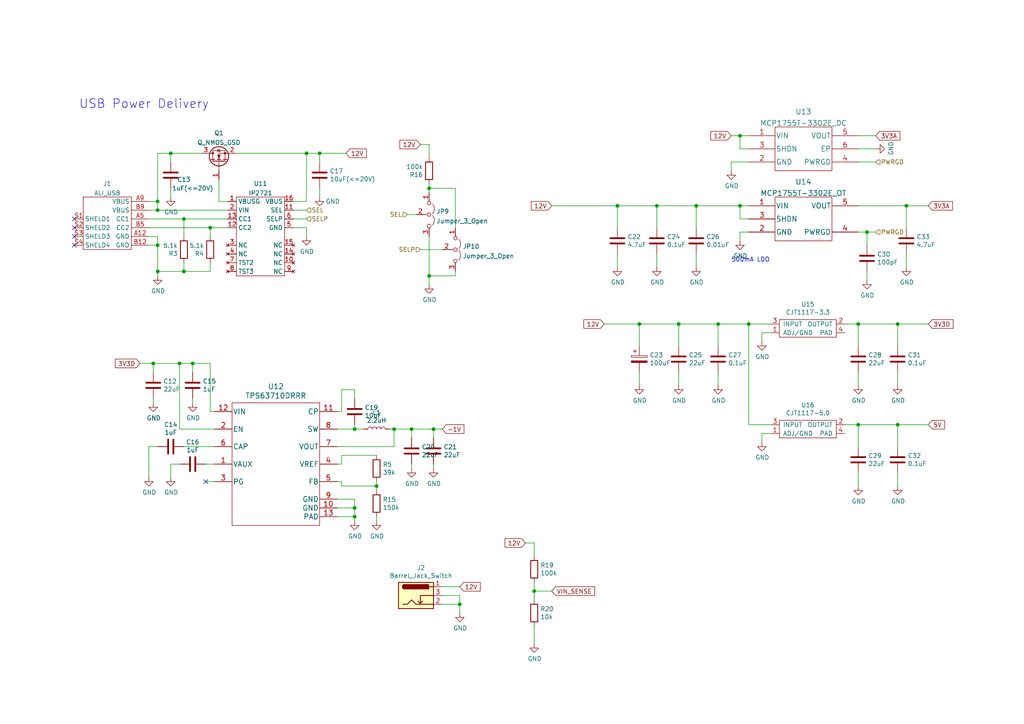
<source format=kicad_sch>
(kicad_sch (version 20211123) (generator eeschema)
  (paper "A4")
  (lib_symbols
    (symbol "Connector:Barrel_Jack_Switch" (pin_names hide)
      (property "Reference" "J" (at 0 5.334 0))
      (property "Value" "Barrel_Jack_Switch" (at 0 -5.08 0))
      (symbol "Barrel_Jack_Switch_0_1"
        (rectangle (start -5.08 3.81) (end 5.08 -3.81) (stroke (width 0.254)) (fill (type background)))
        (arc (start -3.302 3.175) (mid -3.937 2.54) (end -3.302 1.905) (stroke (width 0.254)))
        (arc (start -3.302 3.175) (mid -3.937 2.54) (end -3.302 1.905) (stroke (width 0.254)) (fill (type outline)))
        (polyline (pts (xy 1.27 -2.286) (xy 1.905 -1.651)) (stroke (width 0.254)))
        (polyline (pts (xy 5.08 2.54) (xy 3.81 2.54)) (stroke (width 0.254)))
        (polyline (pts (xy 5.08 0) (xy 1.27 0) (xy 1.27 -2.286) (xy 0.635 -1.651)) (stroke (width 0.254)))
        (polyline (pts (xy -3.81 -2.54) (xy -2.54 -2.54) (xy -1.27 -1.27) (xy 0 -2.54) (xy 2.54 -2.54) (xy 5.08 -2.54)) (stroke (width 0.254)))
        (rectangle (start 3.683 3.175) (end -3.302 1.905) (stroke (width 0.254)) (fill (type outline)))
      )
      (symbol "Barrel_Jack_Switch_1_1"
        (pin passive line (at 7.62 2.54 180) (length 2.54) (name "~") (number "1"))
        (pin passive line (at 7.62 -2.54 180) (length 2.54) (name "~") (number "2"))
        (pin passive line (at 7.62 0 180) (length 2.54) (name "~") (number "3"))
      )
    )
    (symbol "Device:C" (pin_numbers hide) (pin_names (offset 0.254))
      (property "Reference" "C" (at 0.635 2.54 0))
      (property "Value" "C" (at 0.635 -2.54 0))
      (symbol "C_0_1"
        (polyline (pts (xy -2.032 -0.762) (xy 2.032 -0.762)) (stroke (width 0.508)))
        (polyline (pts (xy -2.032 0.762) (xy 2.032 0.762)) (stroke (width 0.508)))
      )
      (symbol "C_1_1"
        (pin passive line (at 0 3.81 270) (length 2.794) (name "~") (number "1"))
        (pin passive line (at 0 -3.81 90) (length 2.794) (name "~") (number "2"))
      )
    )
    (symbol "Device:CP" (pin_numbers hide) (pin_names (offset 0.254))
      (property "Reference" "C" (at 0.635 2.54 0))
      (property "Value" "Device_CP" (at 0.635 -2.54 0))
      (symbol "CP_0_1"
        (rectangle (start -2.286 0.508) (end 2.286 1.016))
        (polyline (pts (xy -1.778 2.286) (xy -0.762 2.286)))
        (polyline (pts (xy -1.27 2.794) (xy -1.27 1.778)))
        (rectangle (start 2.286 -0.508) (end -2.286 -1.016) (fill (type outline)))
      )
      (symbol "CP_1_1"
        (pin passive line (at 0 3.81 270) (length 2.794) (name "~") (number "1"))
        (pin passive line (at 0 -3.81 90) (length 2.794) (name "~") (number "2"))
      )
    )
    (symbol "Device:L" (pin_numbers hide) (pin_names (offset 1.016) hide)
      (property "Reference" "L" (at -1.27 0 90))
      (property "Value" "L" (at 1.905 0 90))
      (symbol "L_0_1"
        (arc (start 0 -2.54) (mid 0.635 -1.905) (end 0 -1.27))
        (arc (start 0 -1.27) (mid 0.635 -0.635) (end 0 0))
        (arc (start 0 0) (mid 0.635 0.635) (end 0 1.27))
        (arc (start 0 1.27) (mid 0.635 1.905) (end 0 2.54))
      )
      (symbol "L_1_1"
        (pin passive line (at 0 3.81 270) (length 1.27) (name "1") (number "1"))
        (pin passive line (at 0 -3.81 90) (length 1.27) (name "2") (number "2"))
      )
    )
    (symbol "Device:Q_NMOS_GSD" (pin_names (offset 0) hide)
      (property "Reference" "Q" (at 5.08 1.27 0))
      (property "Value" "Q_NMOS_GSD" (at 5.08 -1.27 0))
      (symbol "Q_NMOS_GSD_0_1"
        (polyline (pts (xy 0.254 0) (xy -2.54 0)))
        (polyline (pts (xy 0.254 1.905) (xy 0.254 -1.905)) (stroke (width 0.254)))
        (polyline (pts (xy 0.762 -1.27) (xy 0.762 -2.286)) (stroke (width 0.254)))
        (polyline (pts (xy 0.762 0.508) (xy 0.762 -0.508)) (stroke (width 0.254)))
        (polyline (pts (xy 0.762 2.286) (xy 0.762 1.27)) (stroke (width 0.254)))
        (polyline (pts (xy 2.54 2.54) (xy 2.54 1.778)))
        (polyline (pts (xy 2.54 -2.54) (xy 2.54 0) (xy 0.762 0)))
        (polyline (pts (xy 0.762 -1.778) (xy 3.302 -1.778) (xy 3.302 1.778) (xy 0.762 1.778)))
        (polyline (pts (xy 1.016 0) (xy 2.032 0.381) (xy 2.032 -0.381) (xy 1.016 0)) (fill (type outline)))
        (polyline (pts (xy 2.794 0.508) (xy 2.921 0.381) (xy 3.683 0.381) (xy 3.81 0.254)))
        (polyline (pts (xy 3.302 0.381) (xy 2.921 -0.254) (xy 3.683 -0.254) (xy 3.302 0.381)))
        (circle (center 1.651 0) (radius 2.794) (stroke (width 0.254)))
        (circle (center 2.54 -1.778) (radius 0.254) (fill (type outline)))
        (circle (center 2.54 1.778) (radius 0.254) (fill (type outline)))
      )
      (symbol "Q_NMOS_GSD_1_1"
        (pin input line (at -5.08 0 0) (length 2.54) (name "G") (number "1"))
        (pin passive line (at 2.54 -5.08 90) (length 2.54) (name "S") (number "2"))
        (pin passive line (at 2.54 5.08 270) (length 2.54) (name "D") (number "3"))
      )
    )
    (symbol "Device:R" (pin_numbers hide) (pin_names (offset 0))
      (property "Reference" "R" (at 2.032 0 90))
      (property "Value" "R" (at 0 0 90))
      (symbol "R_0_1"
        (rectangle (start -1.016 -2.54) (end 1.016 2.54) (stroke (width 0.254)))
      )
      (symbol "R_1_1"
        (pin passive line (at 0 3.81 270) (length 1.27) (name "~") (number "1"))
        (pin passive line (at 0 -3.81 90) (length 1.27) (name "~") (number "2"))
      )
    )
    (symbol "Jumper:Jumper_3_Open" (pin_names (offset 0) hide)
      (property "Reference" "JP" (at -2.54 -2.54 0))
      (property "Value" "Jumper_3_Open" (at 0 2.794 0))
      (symbol "Jumper_3_Open_0_0"
        (circle (center -3.302 0) (radius 0.508))
        (circle (center 0 0) (radius 0.508))
        (circle (center 3.302 0) (radius 0.508))
      )
      (symbol "Jumper_3_Open_0_1"
        (arc (start -0.254 1.016) (mid -1.651 1.4992) (end -3.048 1.016))
        (polyline (pts (xy 0 -0.508) (xy 0 -1.27)))
        (arc (start 3.048 1.016) (mid 1.651 1.4992) (end 0.254 1.016))
      )
      (symbol "Jumper_3_Open_1_1"
        (pin passive line (at -6.35 0 0) (length 2.54) (name "A") (number "1"))
        (pin input line (at 0 -3.81 90) (length 2.54) (name "C") (number "2"))
        (pin passive line (at 6.35 0 180) (length 2.54) (name "B") (number "3"))
      )
    )
    (symbol "Ninja-qPCR:ALI_USB"
      (property "Reference" "J" (at -7.62 2.54 0))
      (property "Value" "ALI_USB" (at -6.35 -15.24 0))
      (symbol "ALI_USB_0_1"
        (rectangle (start 0 1.27) (end -13.97 -13.97) (stroke (width 0.1524)))
      )
      (symbol "ALI_USB_1_1"
        (pin input line (at 5.08 -10.16 180) (length 5.08) (name "GND") (number "A12"))
        (pin input line (at 5.08 -5.08 180) (length 5.08) (name "CC1") (number "A5"))
        (pin input line (at 5.08 0 180) (length 5.08) (name "VBUS") (number "A9"))
        (pin input line (at 5.08 -12.7 180) (length 5.08) (name "GND") (number "B12"))
        (pin input line (at 5.08 -7.62 180) (length 5.08) (name "CC2") (number "B5"))
        (pin input line (at 5.08 -2.54 180) (length 5.08) (name "VBUS") (number "B9"))
        (pin input line (at -16.51 -5.08 0) (length 2.54) (name "SHELD1") (number "S1"))
        (pin input line (at -16.51 -7.62 0) (length 2.54) (name "SHELD2") (number "S2"))
        (pin input line (at -16.51 -10.16 0) (length 2.54) (name "SHELD3") (number "S3"))
        (pin input line (at -16.51 -12.7 0) (length 2.54) (name "SHELD4") (number "S4"))
      )
    )
    (symbol "Ninja-qPCR:CJT1117-3.3" (pin_names (offset 1.016))
      (property "Reference" "U" (at 0 1.27 0))
      (property "Value" "Ninja-qPCR_CJT1117-3.3" (at 0 -6.35 0))
      (symbol "CJT1117-3.3_0_1"
        (rectangle (start -7.62 0) (end 8.89 -5.08))
      )
      (symbol "CJT1117-3.3_1_1"
        (pin passive line (at -10.16 -3.81 0) (length 2.54) (name "ADJ/GND") (number "1"))
        (pin output line (at 11.43 -1.27 180) (length 2.54) (name "OUTPUT") (number "2"))
        (pin input line (at -10.16 -1.27 0) (length 2.54) (name "INPUT") (number "3"))
        (pin output line (at 11.43 -3.81 180) (length 2.54) (name "PAD") (number "4"))
      )
    )
    (symbol "Ninja-qPCR:IP2721"
      (property "Reference" "U" (at 0 2.54 0))
      (property "Value" "IP2721" (at 0 -22.86 0))
      (symbol "IP2721_0_1"
        (rectangle (start -7.62 1.27) (end 6.35 -21.59) (stroke (width 0.1524)))
      )
      (symbol "IP2721_1_1"
        (pin output line (at -10.16 0 0) (length 2.54) (name "VBUSG") (number "1"))
        (pin no_connect line (at 8.89 -17.78 180) (length 2.54) (name "NC") (number "10"))
        (pin input line (at 8.89 -2.54 180) (length 2.54) (name "SEL") (number "11"))
        (pin input line (at -10.16 -7.62 0) (length 2.54) (name "CC2") (number "12"))
        (pin input line (at -10.16 -5.08 0) (length 2.54) (name "CC1") (number "13"))
        (pin no_connect line (at 8.89 -15.24 180) (length 2.54) (name "NC") (number "14"))
        (pin no_connect line (at 8.89 -12.7 180) (length 2.54) (name "NC") (number "15"))
        (pin input line (at 8.89 0 180) (length 2.54) (name "VBUS") (number "16"))
        (pin power_in line (at -10.16 -2.54 0) (length 2.54) (name "VIN") (number "2"))
        (pin no_connect line (at -10.16 -12.7 0) (length 2.54) (name "NC") (number "3"))
        (pin no_connect line (at -10.16 -15.24 0) (length 2.54) (name "NC") (number "4"))
        (pin power_out line (at 8.89 -7.62 180) (length 2.54) (name "GND") (number "5"))
        (pin input line (at 8.89 -5.08 180) (length 2.54) (name "SELP") (number "6"))
        (pin no_connect line (at -10.16 -17.78 0) (length 2.54) (name "TST2") (number "7"))
        (pin no_connect line (at -10.16 -20.32 0) (length 2.54) (name "TST3") (number "8"))
        (pin no_connect line (at 8.89 -20.32 180) (length 2.54) (name "NC") (number "9"))
      )
    )
    (symbol "Ninja-qPCR:MCP1755T-3302E_DC" (pin_names (offset 0.254))
      (property "Reference" "U" (at 16.51 8.89 0))
      (property "Value" "MCP1755T-3302E_DC" (at 16.51 6.35 0))
      (symbol "MCP1755T-3302E_DC_1_1"
        (rectangle (start 7.62 2.54) (end 24.13 -10.16))
        (pin power_in line (at 0 0 0) (length 7.62) (name "VIN") (number "1"))
        (pin power_in line (at 0 -7.62 0) (length 7.62) (name "GND") (number "2"))
        (pin input line (at 0 -3.81 0) (length 7.62) (name "SHDN") (number "3"))
        (pin output line (at 31.75 -7.62 180) (length 7.62) (name "PWRGD") (number "4"))
        (pin output line (at 31.75 0 180) (length 7.62) (name "VOUT") (number "5"))
        (pin output line (at 31.75 -3.81 180) (length 7.62) (name "EP") (number "6"))
      )
    )
    (symbol "Ninja-qPCR:MCP1755T-3302E_OT" (pin_names (offset 0.254))
      (property "Reference" "U" (at 16.51 8.89 0))
      (property "Value" "MCP1755T-3302E_OT" (at 16.51 6.35 0))
      (symbol "MCP1755T-3302E_OT_1_1"
        (rectangle (start 7.62 2.54) (end 24.13 -10.16))
        (pin power_in line (at 0 0 0) (length 7.62) (name "VIN") (number "1"))
        (pin power_in line (at 0 -7.62 0) (length 7.62) (name "GND") (number "2"))
        (pin input line (at 0 -3.81 0) (length 7.62) (name "SHDN") (number "3"))
        (pin output line (at 31.75 -7.62 180) (length 7.62) (name "PWRGD") (number "4"))
        (pin output line (at 31.75 0 180) (length 7.62) (name "VOUT") (number "5"))
      )
    )
    (symbol "Ninja-qPCR:TPS63710DRRR" (pin_names (offset 0.254))
      (property "Reference" "U" (at 0 13.97 0))
      (property "Value" "Ninja-qPCR_TPS63710DRRR" (at 0 -24.13 0))
      (symbol "TPS63710DRRR_1_1"
        (rectangle (start -12.7 12.7) (end 12.7 -22.86))
        (pin input line (at -17.78 -5.08 0) (length 5.08) (name "VAUX") (number "1"))
        (pin power_in line (at 17.78 -17.78 180) (length 5.08) (name "GND") (number "10"))
        (pin unspecified line (at 17.78 10.16 180) (length 5.08) (name "CP") (number "11"))
        (pin power_in line (at -17.78 10.16 0) (length 5.08) (name "VIN") (number "12"))
        (pin power_in line (at 17.78 -20.32 180) (length 5.08) (name "PAD") (number "13"))
        (pin input line (at -17.78 5.08 0) (length 5.08) (name "EN") (number "2"))
        (pin open_collector line (at -17.78 -10.16 0) (length 5.08) (name "PG") (number "3"))
        (pin output line (at 17.78 -5.08 180) (length 5.08) (name "VREF") (number "4"))
        (pin input line (at 17.78 -10.16 180) (length 5.08) (name "FB") (number "5"))
        (pin unspecified line (at -17.78 0 0) (length 5.08) (name "CAP") (number "6"))
        (pin input line (at 17.78 0 180) (length 5.08) (name "VOUT") (number "7"))
        (pin power_in line (at 17.78 5.08 180) (length 5.08) (name "SW") (number "8"))
        (pin power_in line (at 17.78 -15.24 180) (length 5.08) (name "GND") (number "9"))
      )
    )
    (symbol "power:GND" (power) (pin_names (offset 0))
      (property "Value" "GND" (at 0 -3.81 0))
      (symbol "GND_0_1"
        (polyline (pts (xy 0 0) (xy 0 -1.27) (xy 1.27 -1.27) (xy 0 -2.54) (xy -1.27 -1.27) (xy 0 -1.27)))
      )
      (symbol "GND_1_1"
        (pin power_in line (at 0 0 270) (length 0) hide (name "GND") (number "1"))
      )
    )
  )
  (junction (at 114.3 124.46))
  (junction (at 53.34 63.5))
  (junction (at 102.87 147.32))
  (junction (at 102.87 149.86))
  (junction (at 109.22 140.97))
  (junction (at 45.72 58.42))
  (junction (at 260.35 93.98))
  (junction (at 196.85 93.98))
  (junction (at 92.71 44.45))
  (junction (at 248.92 93.98))
  (junction (at 45.72 60.96))
  (junction (at 44.45 105.41))
  (junction (at 185.42 93.98))
  (junction (at 260.35 123.19))
  (junction (at 49.53 44.45))
  (junction (at 125.73 124.46))
  (junction (at 201.93 59.69))
  (junction (at 52.07 105.41))
  (junction (at 262.89 59.69))
  (junction (at 124.46 54.61))
  (junction (at 88.9 44.45))
  (junction (at 133.35 175.26))
  (junction (at 214.63 39.37))
  (junction (at 55.88 105.41))
  (junction (at 45.72 78.74))
  (junction (at 208.28 93.98))
  (junction (at 102.87 124.46))
  (junction (at 190.5 59.69))
  (junction (at 119.38 124.46))
  (junction (at 60.96 66.04))
  (junction (at 124.46 80.01))
  (junction (at 248.92 123.19))
  (junction (at 214.63 59.69))
  (junction (at 154.94 171.45))
  (junction (at 217.17 93.98))
  (junction (at 45.72 71.12))
  (junction (at 251.46 67.31))
  (junction (at 179.07 59.69))
  (junction (at 53.34 78.74))
  (no_connect (at 21.59 63.5))
  (no_connect (at 21.59 66.04))
  (no_connect (at 21.59 68.58))
  (no_connect (at 21.59 71.12))
  (no_connect (at 59.69 139.7))
  (wire (pts (xy 66.04 58.42) (xy 63.5 58.42)))
  (wire (pts (xy 118.11 62.23) (xy 120.65 62.23)))
  (wire (pts (xy 248.92 39.37) (xy 254 39.37)))
  (wire (pts (xy 179.07 59.69) (xy 179.07 66.04)))
  (wire (pts (xy 248.92 43.18) (xy 254 43.18)))
  (wire (pts (xy 190.5 73.66) (xy 190.5 77.47)))
  (wire (pts (xy 44.45 116.84) (xy 44.45 115.57)))
  (wire (pts (xy 125.73 124.46) (xy 128.27 124.46)))
  (wire (pts (xy 132.08 54.61) (xy 132.08 66.04)))
  (wire (pts (xy 248.92 123.19) (xy 245.11 123.19)))
  (wire (pts (xy 59.69 139.7) (xy 62.23 139.7)))
  (wire (pts (xy 97.79 119.38) (xy 99.06 119.38)))
  (wire (pts (xy 45.72 78.74) (xy 45.72 80.01)))
  (wire (pts (xy 49.53 54.61) (xy 49.53 57.15)))
  (wire (pts (xy 154.94 157.48) (xy 154.94 161.29)))
  (wire (pts (xy 62.23 119.38) (xy 60.96 119.38)))
  (wire (pts (xy 45.72 68.58) (xy 45.72 71.12)))
  (wire (pts (xy 114.3 124.46) (xy 119.38 124.46)))
  (wire (pts (xy 217.17 43.18) (xy 214.63 43.18)))
  (wire (pts (xy 260.35 107.95) (xy 260.35 111.76)))
  (wire (pts (xy 152.4 157.48) (xy 154.94 157.48)))
  (wire (pts (xy 85.09 66.04) (xy 88.9 66.04)))
  (wire (pts (xy 88.9 66.04) (xy 88.9 68.58)))
  (wire (pts (xy 45.72 71.12) (xy 45.72 78.74)))
  (wire (pts (xy 105.41 124.46) (xy 102.87 124.46)))
  (wire (pts (xy 201.93 73.66) (xy 201.93 77.47)))
  (wire (pts (xy 119.38 127) (xy 119.38 124.46)))
  (wire (pts (xy 190.5 59.69) (xy 201.93 59.69)))
  (wire (pts (xy 248.92 46.99) (xy 254 46.99)))
  (wire (pts (xy 251.46 67.31) (xy 254 67.31)))
  (wire (pts (xy 52.07 124.46) (xy 52.07 105.41)))
  (wire (pts (xy 217.17 63.5) (xy 214.63 63.5)))
  (wire (pts (xy 214.63 39.37) (xy 214.63 43.18)))
  (wire (pts (xy 102.87 124.46) (xy 97.79 124.46)))
  (wire (pts (xy 68.58 44.45) (xy 88.9 44.45)))
  (wire (pts (xy 185.42 93.98) (xy 185.42 100.33)))
  (wire (pts (xy 220.98 125.73) (xy 220.98 128.27)))
  (wire (pts (xy 124.46 68.58) (xy 124.46 80.01)))
  (wire (pts (xy 217.17 67.31) (xy 214.63 67.31)))
  (wire (pts (xy 248.92 93.98) (xy 245.11 93.98)))
  (wire (pts (xy 260.35 137.16) (xy 260.35 140.97)))
  (wire (pts (xy 109.22 132.08) (xy 99.06 132.08)))
  (wire (pts (xy 45.72 60.96) (xy 66.04 60.96)))
  (wire (pts (xy 99.06 139.7) (xy 99.06 140.97)))
  (wire (pts (xy 119.38 135.89) (xy 119.38 134.62)))
  (wire (pts (xy 196.85 93.98) (xy 208.28 93.98)))
  (wire (pts (xy 214.63 39.37) (xy 217.17 39.37)))
  (wire (pts (xy 102.87 147.32) (xy 102.87 144.78)))
  (wire (pts (xy 125.73 135.89) (xy 125.73 134.62)))
  (wire (pts (xy 99.06 113.03) (xy 102.87 113.03)))
  (wire (pts (xy 43.18 129.54) (xy 45.72 129.54)))
  (wire (pts (xy 55.88 105.41) (xy 52.07 105.41)))
  (wire (pts (xy 124.46 54.61) (xy 124.46 55.88)))
  (wire (pts (xy 97.79 139.7) (xy 99.06 139.7)))
  (wire (pts (xy 124.46 53.34) (xy 124.46 54.61)))
  (wire (pts (xy 85.09 60.96) (xy 88.9 60.96)))
  (wire (pts (xy 214.63 67.31) (xy 214.63 69.85)))
  (wire (pts (xy 251.46 67.31) (xy 251.46 71.12)))
  (wire (pts (xy 43.18 71.12) (xy 45.72 71.12)))
  (wire (pts (xy 60.96 76.2) (xy 60.96 78.74)))
  (wire (pts (xy 217.17 46.99) (xy 212.09 46.99)))
  (wire (pts (xy 60.96 105.41) (xy 55.88 105.41)))
  (wire (pts (xy 53.34 76.2) (xy 53.34 78.74)))
  (wire (pts (xy 208.28 93.98) (xy 217.17 93.98)))
  (wire (pts (xy 99.06 132.08) (xy 99.06 134.62)))
  (wire (pts (xy 248.92 67.31) (xy 251.46 67.31)))
  (wire (pts (xy 53.34 78.74) (xy 60.96 78.74)))
  (wire (pts (xy 262.89 73.66) (xy 262.89 77.47)))
  (wire (pts (xy 113.03 124.46) (xy 114.3 124.46)))
  (wire (pts (xy 102.87 123.19) (xy 102.87 124.46)))
  (wire (pts (xy 128.27 170.18) (xy 133.35 170.18)))
  (wire (pts (xy 160.02 59.69) (xy 179.07 59.69)))
  (wire (pts (xy 154.94 171.45) (xy 160.02 171.45)))
  (wire (pts (xy 114.3 124.46) (xy 114.3 129.54)))
  (wire (pts (xy 248.92 107.95) (xy 248.92 111.76)))
  (wire (pts (xy 154.94 171.45) (xy 154.94 173.99)))
  (wire (pts (xy 109.22 151.13) (xy 109.22 149.86)))
  (wire (pts (xy 45.72 58.42) (xy 45.72 44.45)))
  (wire (pts (xy 85.09 63.5) (xy 88.9 63.5)))
  (wire (pts (xy 217.17 93.98) (xy 217.17 123.19)))
  (wire (pts (xy 43.18 58.42) (xy 45.72 58.42)))
  (wire (pts (xy 269.24 59.69) (xy 262.89 59.69)))
  (wire (pts (xy 99.06 140.97) (xy 109.22 140.97)))
  (wire (pts (xy 133.35 172.72) (xy 133.35 175.26)))
  (wire (pts (xy 60.96 66.04) (xy 66.04 66.04)))
  (wire (pts (xy 179.07 73.66) (xy 179.07 77.47)))
  (wire (pts (xy 185.42 93.98) (xy 196.85 93.98)))
  (wire (pts (xy 62.23 134.62) (xy 59.69 134.62)))
  (wire (pts (xy 132.08 78.74) (xy 132.08 80.01)))
  (wire (pts (xy 99.06 134.62) (xy 97.79 134.62)))
  (wire (pts (xy 109.22 140.97) (xy 109.22 142.24)))
  (wire (pts (xy 55.88 116.84) (xy 55.88 115.57)))
  (wire (pts (xy 217.17 59.69) (xy 214.63 59.69)))
  (wire (pts (xy 260.35 123.19) (xy 269.24 123.19)))
  (wire (pts (xy 43.18 60.96) (xy 45.72 60.96)))
  (wire (pts (xy 99.06 119.38) (xy 99.06 113.03)))
  (wire (pts (xy 260.35 123.19) (xy 248.92 123.19)))
  (wire (pts (xy 214.63 59.69) (xy 214.63 63.5)))
  (wire (pts (xy 49.53 44.45) (xy 49.53 46.99)))
  (wire (pts (xy 124.46 41.91) (xy 124.46 45.72)))
  (wire (pts (xy 45.72 78.74) (xy 53.34 78.74)))
  (wire (pts (xy 223.52 96.52) (xy 220.98 96.52)))
  (wire (pts (xy 260.35 93.98) (xy 260.35 100.33)))
  (wire (pts (xy 53.34 63.5) (xy 53.34 68.58)))
  (wire (pts (xy 248.92 93.98) (xy 248.92 100.33)))
  (wire (pts (xy 262.89 59.69) (xy 262.89 66.04)))
  (wire (pts (xy 248.92 123.19) (xy 248.92 129.54)))
  (wire (pts (xy 190.5 59.69) (xy 190.5 66.04)))
  (wire (pts (xy 60.96 66.04) (xy 60.96 68.58)))
  (wire (pts (xy 260.35 123.19) (xy 260.35 129.54)))
  (wire (pts (xy 121.92 72.39) (xy 128.27 72.39)))
  (wire (pts (xy 55.88 107.95) (xy 55.88 105.41)))
  (wire (pts (xy 260.35 93.98) (xy 248.92 93.98)))
  (wire (pts (xy 88.9 44.45) (xy 92.71 44.45)))
  (wire (pts (xy 43.18 68.58) (xy 45.72 68.58)))
  (wire (pts (xy 248.92 59.69) (xy 262.89 59.69)))
  (wire (pts (xy 212.09 39.37) (xy 214.63 39.37)))
  (wire (pts (xy 43.18 138.43) (xy 43.18 129.54)))
  (wire (pts (xy 92.71 54.61) (xy 92.71 57.15)))
  (wire (pts (xy 201.93 59.69) (xy 214.63 59.69)))
  (wire (pts (xy 102.87 151.13) (xy 102.87 149.86)))
  (wire (pts (xy 201.93 59.69) (xy 201.93 66.04)))
  (wire (pts (xy 260.35 93.98) (xy 269.24 93.98)))
  (wire (pts (xy 109.22 139.7) (xy 109.22 140.97)))
  (wire (pts (xy 125.73 127) (xy 125.73 124.46)))
  (wire (pts (xy 88.9 44.45) (xy 88.9 58.42)))
  (wire (pts (xy 196.85 93.98) (xy 196.85 100.33)))
  (wire (pts (xy 49.53 134.62) (xy 49.53 138.43)))
  (wire (pts (xy 119.38 124.46) (xy 125.73 124.46)))
  (wire (pts (xy 251.46 78.74) (xy 251.46 81.28)))
  (wire (pts (xy 53.34 63.5) (xy 66.04 63.5)))
  (wire (pts (xy 43.18 63.5) (xy 53.34 63.5)))
  (wire (pts (xy 179.07 59.69) (xy 190.5 59.69)))
  (wire (pts (xy 124.46 80.01) (xy 124.46 82.55)))
  (wire (pts (xy 121.92 41.91) (xy 124.46 41.91)))
  (wire (pts (xy 114.3 129.54) (xy 97.79 129.54)))
  (wire (pts (xy 223.52 125.73) (xy 220.98 125.73)))
  (wire (pts (xy 45.72 60.96) (xy 45.72 58.42)))
  (wire (pts (xy 208.28 107.95) (xy 208.28 111.76)))
  (wire (pts (xy 102.87 149.86) (xy 102.87 147.32)))
  (wire (pts (xy 220.98 96.52) (xy 220.98 99.06)))
  (wire (pts (xy 43.18 66.04) (xy 60.96 66.04)))
  (wire (pts (xy 49.53 44.45) (xy 58.42 44.45)))
  (wire (pts (xy 223.52 93.98) (xy 217.17 93.98)))
  (wire (pts (xy 208.28 93.98) (xy 208.28 100.33)))
  (wire (pts (xy 128.27 175.26) (xy 133.35 175.26)))
  (wire (pts (xy 102.87 144.78) (xy 97.79 144.78)))
  (wire (pts (xy 185.42 107.95) (xy 185.42 111.76)))
  (wire (pts (xy 124.46 54.61) (xy 132.08 54.61)))
  (wire (pts (xy 40.64 105.41) (xy 44.45 105.41)))
  (wire (pts (xy 102.87 113.03) (xy 102.87 115.57)))
  (wire (pts (xy 60.96 119.38) (xy 60.96 105.41)))
  (wire (pts (xy 175.26 93.98) (xy 185.42 93.98)))
  (wire (pts (xy 44.45 107.95) (xy 44.45 105.41)))
  (wire (pts (xy 52.07 134.62) (xy 49.53 134.62)))
  (wire (pts (xy 196.85 107.95) (xy 196.85 111.76)))
  (wire (pts (xy 97.79 149.86) (xy 102.87 149.86)))
  (wire (pts (xy 154.94 168.91) (xy 154.94 171.45)))
  (wire (pts (xy 97.79 147.32) (xy 102.87 147.32)))
  (wire (pts (xy 92.71 44.45) (xy 100.33 44.45)))
  (wire (pts (xy 45.72 44.45) (xy 49.53 44.45)))
  (wire (pts (xy 217.17 123.19) (xy 223.52 123.19)))
  (wire (pts (xy 53.34 129.54) (xy 62.23 129.54)))
  (wire (pts (xy 212.09 46.99) (xy 212.09 49.53)))
  (wire (pts (xy 52.07 105.41) (xy 44.45 105.41)))
  (wire (pts (xy 133.35 177.8) (xy 133.35 175.26)))
  (wire (pts (xy 128.27 172.72) (xy 133.35 172.72)))
  (wire (pts (xy 154.94 181.61) (xy 154.94 186.69)))
  (wire (pts (xy 63.5 58.42) (xy 63.5 52.07)))
  (wire (pts (xy 85.09 58.42) (xy 88.9 58.42)))
  (wire (pts (xy 62.23 124.46) (xy 52.07 124.46)))
  (wire (pts (xy 132.08 80.01) (xy 124.46 80.01)))
  (wire (pts (xy 92.71 44.45) (xy 92.71 46.99)))
  (wire (pts (xy 248.92 137.16) (xy 248.92 140.97)))
  (text "USB Power Delivery" (at 22.86 31.75 0) (effects (font (size 2.54 2.54)) (justify left bottom)))
  (text "500mA LDO" (at 212.09 76.2 0) (effects (font (size 1.27 1.27)) (justify left bottom)))
  (global_label "3V3D" (shape input) (at 269.24 93.98 0) (property "Intersheet References" "${INTERSHEET_REFS}" (effects hide)))
  (global_label "-1V" (shape input) (at 128.27 124.46 0) (property "Intersheet References" "${INTERSHEET_REFS}" (effects hide)))
  (global_label "3V3D" (shape input) (at 40.64 105.41 180) (property "Intersheet References" "${INTERSHEET_REFS}" (effects hide)))
  (global_label "12V" (shape input) (at 100.33 44.45 0) (property "Intersheet References" "${INTERSHEET_REFS}" (effects hide)))
  (global_label "12V" (shape input) (at 212.09 39.37 180) (property "Intersheet References" "${INTERSHEET_REFS}" (effects hide)))
  (global_label "12V" (shape input) (at 152.4 157.48 180) (property "Intersheet References" "${INTERSHEET_REFS}" (effects hide)))
  (global_label "3V3A" (shape input) (at 254 39.37 0) (property "Intersheet References" "${INTERSHEET_REFS}" (effects hide)))
  (global_label "5V" (shape input) (at 269.24 123.19 0) (property "Intersheet References" "${INTERSHEET_REFS}" (effects hide)))
  (global_label "12V" (shape input) (at 133.35 170.18 0) (property "Intersheet References" "${INTERSHEET_REFS}" (effects hide)))
  (global_label "12V" (shape input) (at 175.26 93.98 180) (property "Intersheet References" "${INTERSHEET_REFS}" (effects hide)))
  (global_label "VIN_SENSE" (shape input) (at 160.02 171.45 0) (property "Intersheet References" "${INTERSHEET_REFS}" (effects hide)))
  (global_label "12V" (shape input) (at 160.02 59.69 180) (property "Intersheet References" "${INTERSHEET_REFS}" (effects hide)))
  (global_label "3V3A" (shape input) (at 269.24 59.69 0) (property "Intersheet References" "${INTERSHEET_REFS}" (effects hide)))
  (global_label "12V" (shape input) (at 121.92 41.91 180) (property "Intersheet References" "${INTERSHEET_REFS}" (effects hide)))
  (hierarchical_label "SELP" (shape input) (at 88.9 63.5 0))
  (hierarchical_label "PWRGD" (shape input) (at 254 46.99 0))
  (hierarchical_label "SEL" (shape input) (at 88.9 60.96 0))
  (hierarchical_label "SEL" (shape input) (at 118.11 62.23 180))
  (hierarchical_label "PWRGD" (shape input) (at 254 67.31 0))
  (hierarchical_label "SELP" (shape input) (at 121.92 72.39 180))
  (symbol (lib_id "power:GND") (at 179.07 77.47 0) (unit 1)
    (property "Reference" "#PWR0122" (effects hide))
    (property "Value" "GND" (at 179.197 81.8642 0))
  )
  (symbol (lib_id "power:GND") (at 124.46 82.55 0) (unit 1)
    (property "Reference" "#PWR0131" (effects hide))
    (property "Value" "GND" (at 124.587 86.9442 0))
  )
  (symbol (lib_id "power:GND") (at 196.85 111.76 0) (unit 1)
    (property "Reference" "#PWR0136" (effects hide))
    (property "Value" "GND" (at 196.977 116.1542 0))
  )
  (symbol (lib_id "power:GND") (at 119.38 135.89 0) (unit 1)
    (property "Reference" "#PWR0106" (effects hide))
    (property "Value" "GND" (at 119.507 140.2842 0))
  )
  (symbol (lib_id "Device:C") (at 44.45 111.76 0) (unit 1)
    (property "Reference" "C12" (at 47.371 110.5916 0) (effects (justify left)))
    (property "Value" "22uF" (at 47.371 112.903 0) (effects (justify left)))
    (property "Footprint" "Capacitor_SMD:C_1210_3225Metric" (effects hide))
  )
  (symbol (lib_id "Device:R") (at 109.22 135.89 0) (unit 1)
    (property "Reference" "R5" (at 110.998 134.7216 0) (effects (justify left)))
    (property "Value" "39k" (at 110.998 137.033 0) (effects (justify left)))
    (property "Footprint" "Resistor_SMD:R_0603_1608Metric" (effects hide))
  )
  (symbol (lib_id "Device:C") (at 190.5 69.85 0) (unit 1)
    (property "Reference" "C24" (at 193.421 68.6816 0) (effects (justify left)))
    (property "Value" "0.1uF" (at 193.421 70.993 0) (effects (justify left)))
    (property "Footprint" "Capacitor_SMD:C_0603_1608Metric" (effects hide))
  )
  (symbol (lib_id "power:GND") (at 262.89 77.47 0) (unit 1)
    (property "Reference" "#PWR0128" (effects hide))
    (property "Value" "GND" (at 263.017 81.8642 0))
  )
  (symbol (lib_id "power:GND") (at 248.92 111.76 0) (unit 1)
    (property "Reference" "#PWR0123" (effects hide))
    (property "Value" "GND" (at 249.047 116.1542 0))
  )
  (symbol (lib_id "Ninja-qPCR:ALI_USB") (at 38.1 58.42 0) (unit 1)
    (property "Reference" "J1" (at 31.115 53.2343 0))
    (property "Value" "ALI_USB" (at 31.115 56.0094 0))
    (property "Footprint" "Ninja-qPCR:ALI_USB" (effects hide))
  )
  (symbol (lib_id "Device:C") (at 248.92 104.14 0) (unit 1)
    (property "Reference" "C28" (at 251.841 102.9716 0) (effects (justify left)))
    (property "Value" "22uF" (at 251.841 105.283 0) (effects (justify left)))
    (property "Footprint" "Capacitor_SMD:C_1210_3225Metric" (effects hide))
  )
  (symbol (lib_id "power:GND") (at 201.93 77.47 0) (unit 1)
    (property "Reference" "#PWR0118" (effects hide))
    (property "Value" "GND" (at 202.057 81.8642 0))
  )
  (symbol (lib_id "Device:C") (at 248.92 133.35 0) (unit 1)
    (property "Reference" "C29" (at 251.841 132.1816 0) (effects (justify left)))
    (property "Value" "22uF" (at 251.841 134.493 0) (effects (justify left)))
    (property "Footprint" "Capacitor_SMD:C_1210_3225Metric" (effects hide))
  )
  (symbol (lib_id "power:GND") (at 254 43.18 90) (unit 1)
    (property "Reference" "#PWR0127" (effects hide))
    (property "Value" "GND" (at 258.3942 43.053 0))
  )
  (symbol (lib_id "Device:C") (at 55.88 111.76 0) (unit 1)
    (property "Reference" "C15" (at 58.801 110.5916 0) (effects (justify left)))
    (property "Value" "1uF" (at 58.801 112.903 0) (effects (justify left)))
    (property "Footprint" "Capacitor_SMD:C_0603_1608Metric" (effects hide))
  )
  (symbol (lib_id "Jumper:Jumper_3_Open") (at 132.08 72.39 270) (unit 1)
    (property "Reference" "JP10" (at 134.2142 71.4815 90) (effects (justify left)))
    (property "Value" "Jumper_3_Open" (at 134.2142 74.2566 90) (effects (justify left)))
    (property "Footprint" "Jumper:SolderJumper-3_P2.0mm_Open_TrianglePad1.0x1.5mm" (effects hide))
  )
  (symbol (lib_id "Device:C") (at 49.53 50.8 0) (unit 1)
    (property "Reference" "C13" (at 53.34 52.07 0))
    (property "Value" "1uF(<=20V)" (at 55.88 54.61 0))
    (property "Footprint" "Capacitor_SMD:C_0603_1608Metric" (effects hide))
  )
  (symbol (lib_id "power:GND") (at 212.09 49.53 0) (unit 1)
    (property "Reference" "#PWR0120" (effects hide))
    (property "Value" "GND" (at 212.217 53.9242 0))
  )
  (symbol (lib_id "power:GND") (at 55.88 116.84 0) (unit 1)
    (property "Reference" "#PWR0114" (effects hide))
    (property "Value" "GND" (at 56.007 121.2342 0))
  )
  (symbol (lib_id "Device:C") (at 102.87 119.38 0) (unit 1)
    (property "Reference" "C19" (at 105.791 118.2116 0) (effects (justify left)))
    (property "Value" "10uF" (at 105.791 120.523 0) (effects (justify left)))
    (property "Footprint" "Capacitor_SMD:C_0805_2012Metric" (effects hide))
  )
  (symbol (lib_id "Device:C") (at 49.53 129.54 270) (unit 1)
    (property "Reference" "C14" (at 49.53 123.1392 90))
    (property "Value" "1uF" (at 49.53 125.4506 90))
    (property "Footprint" "Capacitor_SMD:C_0603_1608Metric" (effects hide))
  )
  (symbol (lib_id "Device:C") (at 262.89 69.85 0) (unit 1)
    (property "Reference" "C33" (at 265.811 68.6816 0) (effects (justify left)))
    (property "Value" "4.7uF" (at 265.811 70.993 0) (effects (justify left)))
    (property "Footprint" "Capacitor_SMD:C_0805_2012Metric" (effects hide))
  )
  (symbol (lib_id "Device:R") (at 109.22 146.05 0) (unit 1)
    (property "Reference" "R15" (at 110.998 144.8816 0) (effects (justify left)))
    (property "Value" "150k" (at 110.998 147.193 0) (effects (justify left)))
    (property "Footprint" "Resistor_SMD:R_0603_1608Metric" (effects hide))
  )
  (symbol (lib_id "power:GND") (at 88.9 68.58 0) (unit 1)
    (property "Reference" "#PWR0115" (effects hide))
    (property "Value" "GND" (at 89.027 72.9742 0))
  )
  (symbol (lib_id "Ninja-qPCR:MCP1755T-3302E_OT") (at 217.17 59.69 0) (unit 1)
    (property "Reference" "U14" (at 233.045 52.7461 0) (effects (font (size 1.524 1.524))))
    (property "Value" "MCP1755T-3302E_OT" (at 233.045 56.0251 0) (effects (font (size 1.524 1.524))))
    (property "Footprint" "Package_TO_SOT_SMD:SOT-23-5" (effects hide))
  )
  (symbol (lib_id "power:GND") (at 260.35 111.76 0) (unit 1)
    (property "Reference" "#PWR0124" (effects hide))
    (property "Value" "GND" (at 260.477 116.1542 0))
  )
  (symbol (lib_id "Device:C") (at 196.85 104.14 0) (unit 1)
    (property "Reference" "C25" (at 199.771 102.9716 0) (effects (justify left)))
    (property "Value" "22uF" (at 199.771 105.283 0) (effects (justify left)))
    (property "Footprint" "Capacitor_SMD:C_1210_3225Metric" (effects hide))
  )
  (symbol (lib_id "power:GND") (at 102.87 151.13 0) (unit 1)
    (property "Reference" "#PWR0107" (effects hide))
    (property "Value" "GND" (at 102.997 155.5242 0))
  )
  (symbol (lib_id "power:GND") (at 208.28 111.76 0) (unit 1)
    (property "Reference" "#PWR0134" (effects hide))
    (property "Value" "GND" (at 208.407 116.1542 0))
  )
  (symbol (lib_id "power:GND") (at 248.92 140.97 0) (unit 1)
    (property "Reference" "#PWR0125" (effects hide))
    (property "Value" "GND" (at 249.047 145.3642 0))
  )
  (symbol (lib_id "power:GND") (at 125.73 135.89 0) (unit 1)
    (property "Reference" "#PWR0130" (effects hide))
    (property "Value" "GND" (at 125.857 140.2842 0))
  )
  (symbol (lib_id "power:GND") (at 214.63 69.85 0) (unit 1)
    (property "Reference" "#PWR0121" (effects hide))
    (property "Value" "GND" (at 214.757 74.2442 0))
  )
  (symbol (lib_id "power:GND") (at 185.42 111.76 0) (unit 1)
    (property "Reference" "#PWR0135" (effects hide))
    (property "Value" "GND" (at 185.547 116.1542 0))
  )
  (symbol (lib_id "power:GND") (at 220.98 128.27 0) (unit 1)
    (property "Reference" "#PWR0132" (effects hide))
    (property "Value" "GND" (at 221.107 132.6642 0))
  )
  (symbol (lib_id "power:GND") (at 109.22 151.13 0) (unit 1)
    (property "Reference" "#PWR0108" (effects hide))
    (property "Value" "GND" (at 109.347 155.5242 0))
  )
  (symbol (lib_id "power:GND") (at 45.72 80.01 0) (unit 1)
    (property "Reference" "#PWR0110" (effects hide))
    (property "Value" "GND" (at 45.847 84.4042 0))
  )
  (symbol (lib_id "power:GND") (at 220.98 99.06 0) (unit 1)
    (property "Reference" "#PWR0133" (effects hide))
    (property "Value" "GND" (at 221.107 103.4542 0))
  )
  (symbol (lib_id "Ninja-qPCR:TPS63710DRRR") (at 80.01 129.54 0) (unit 1)
    (property "Reference" "U12" (at 80.01 112.0902 0) (effects (font (size 1.524 1.524))))
    (property "Value" "TPS63710DRRR" (at 80.01 114.7826 0) (effects (font (size 1.524 1.524))))
    (property "Footprint" "Ninja-qPCR:TPS63710DRRR" (effects hide))
  )
  (symbol (lib_id "Device:C") (at 251.46 74.93 0) (unit 1)
    (property "Reference" "C30" (at 254.381 73.7616 0) (effects (justify left)))
    (property "Value" "100pF" (at 254.381 76.073 0) (effects (justify left)))
    (property "Footprint" "Capacitor_SMD:C_0603_1608Metric" (effects hide))
  )
  (symbol (lib_id "power:GND") (at 133.35 177.8 0) (unit 1)
    (property "Reference" "#PWR0138" (effects hide))
    (property "Value" "GND" (at 133.477 182.1942 0))
  )
  (symbol (lib_id "power:GND") (at 43.18 138.43 0) (unit 1)
    (property "Reference" "#PWR0111" (effects hide))
    (property "Value" "GND" (at 43.307 142.8242 0))
  )
  (symbol (lib_id "power:GND") (at 44.45 116.84 0) (unit 1)
    (property "Reference" "#PWR0113" (effects hide))
    (property "Value" "GND" (at 44.577 121.2342 0))
  )
  (symbol (lib_id "Device:R") (at 154.94 177.8 0) (unit 1)
    (property "Reference" "R20" (at 156.718 176.6316 0) (effects (justify left)))
    (property "Value" "10k" (at 156.718 178.943 0) (effects (justify left)))
    (property "Footprint" "Resistor_SMD:R_0603_1608Metric" (effects hide))
  )
  (symbol (lib_id "Connector:Barrel_Jack_Switch") (at 120.65 172.72 0) (unit 1)
    (property "Reference" "J2" (at 122.0978 164.6682 0))
    (property "Value" "Barrel_Jack_Switch" (at 122.0978 166.9796 0))
    (property "Footprint" "Connector_BarrelJack:BarrelJack_Horizontal" (effects hide))
  )
  (symbol (lib_id "power:GND") (at 260.35 140.97 0) (unit 1)
    (property "Reference" "#PWR0126" (effects hide))
    (property "Value" "GND" (at 260.477 145.3642 0))
  )
  (symbol (lib_id "power:GND") (at 154.94 186.69 0) (unit 1)
    (property "Reference" "#PWR0137" (effects hide))
    (property "Value" "GND" (at 155.067 191.0842 0))
  )
  (symbol (lib_id "Ninja-qPCR:IP2721") (at 76.2 58.42 0) (unit 1)
    (property "Reference" "U11" (at 75.565 53.2343 0))
    (property "Value" "IP2721" (at 75.565 56.0094 0))
    (property "Footprint" "Package_SO:TSSOP-16_4.4x5mm_P0.65mm" (effects hide))
  )
  (symbol (lib_id "Device:C") (at 208.28 104.14 0) (unit 1)
    (property "Reference" "C27" (at 211.201 102.9716 0) (effects (justify left)))
    (property "Value" "0.1uF" (at 211.201 105.283 0) (effects (justify left)))
    (property "Footprint" "Capacitor_SMD:C_0603_1608Metric" (effects hide))
  )
  (symbol (lib_id "Ninja-qPCR:CJT1117-3.3") (at 233.68 121.92 0) (unit 1)
    (property "Reference" "U16" (at 234.315 117.475 0))
    (property "Value" "CJT1117-5.0" (at 234.315 119.7864 0))
    (property "Footprint" "Package_TO_SOT_SMD:SOT-223" (effects hide))
  )
  (symbol (lib_id "Device:R") (at 124.46 49.53 180) (unit 1)
    (property "Reference" "R16" (at 122.682 50.6984 0) (effects (justify left)))
    (property "Value" "100k" (at 122.682 48.387 0) (effects (justify left)))
    (property "Footprint" "Resistor_SMD:R_0603_1608Metric" (effects hide))
  )
  (symbol (lib_id "power:GND") (at 92.71 57.15 0) (unit 1)
    (property "Reference" "#PWR0116" (effects hide))
    (property "Value" "GND" (at 96.52 58.42 0))
  )
  (symbol (lib_id "Device:Q_NMOS_GSD") (at 63.5 46.99 90) (unit 1)
    (property "Reference" "Q1" (at 63.5 38.5785 90))
    (property "Value" "Q_NMOS_GSD" (at 63.5 41.3536 90))
    (property "Footprint" "Ninja-qPCR:SOT95P240X112-3N" (effects hide))
  )
  (symbol (lib_id "Device:C") (at 260.35 133.35 0) (unit 1)
    (property "Reference" "C32" (at 263.271 132.1816 0) (effects (justify left)))
    (property "Value" "0.1uF" (at 263.271 134.493 0) (effects (justify left)))
    (property "Footprint" "Capacitor_SMD:C_0603_1608Metric" (effects hide))
  )
  (symbol (lib_id "power:GND") (at 49.53 57.15 0) (unit 1)
    (property "Reference" "#PWR0109" (effects hide))
    (property "Value" "GND" (at 49.657 61.5442 0))
  )
  (symbol (lib_id "Device:CP") (at 185.42 104.14 0) (unit 1)
    (property "Reference" "C23" (at 188.4172 102.9716 0) (effects (justify left)))
    (property "Value" "100uF" (at 188.4172 105.283 0) (effects (justify left)))
    (property "Footprint" "Ninja-qPCR:35TZV100M6.3X8" (effects hide))
  )
  (symbol (lib_id "Ninja-qPCR:MCP1755T-3302E_DC") (at 217.17 39.37 0) (unit 1)
    (property "Reference" "U13" (at 233.045 32.4261 0) (effects (font (size 1.524 1.524))))
    (property "Value" "MCP1755T-3302E_DC" (at 233.045 35.7051 0) (effects (font (size 1.524 1.524))))
    (property "Footprint" "Package_TO_SOT_SMD:SOT-223-6" (effects hide))
  )
  (symbol (lib_id "Device:C") (at 92.71 50.8 0) (unit 1)
    (property "Reference" "C17" (at 95.631 49.6316 0) (effects (justify left)))
    (property "Value" "10uF(<=20V)" (at 95.631 51.943 0) (effects (justify left)))
    (property "Footprint" "Capacitor_SMD:C_0805_2012Metric" (effects hide))
  )
  (symbol (lib_id "Device:C") (at 179.07 69.85 0) (unit 1)
    (property "Reference" "C22" (at 181.991 68.6816 0) (effects (justify left)))
    (property "Value" "4.7uF" (at 181.991 70.993 0) (effects (justify left)))
    (property "Footprint" "Capacitor_SMD:C_0805_2012Metric" (effects hide))
  )
  (symbol (lib_id "Device:C") (at 55.88 134.62 270) (unit 1)
    (property "Reference" "C16" (at 55.88 128.2192 90))
    (property "Value" "1uF" (at 55.88 130.5306 90))
    (property "Footprint" "Capacitor_SMD:C_0603_1608Metric" (effects hide))
  )
  (symbol (lib_id "power:GND") (at 49.53 138.43 0) (unit 1)
    (property "Reference" "#PWR0112" (effects hide))
    (property "Value" "GND" (at 49.657 142.8242 0))
  )
  (symbol (lib_id "Device:C") (at 125.73 130.81 0) (unit 1)
    (property "Reference" "C21" (at 128.651 129.6416 0) (effects (justify left)))
    (property "Value" "22uF" (at 128.651 131.953 0) (effects (justify left)))
    (property "Footprint" "Capacitor_SMD:C_1210_3225Metric" (effects hide))
  )
  (symbol (lib_id "Device:C") (at 119.38 130.81 0) (unit 1)
    (property "Reference" "C20" (at 122.301 129.6416 0) (effects (justify left)))
    (property "Value" "22uF" (at 122.301 131.953 0) (effects (justify left)))
    (property "Footprint" "Capacitor_SMD:C_1210_3225Metric" (effects hide))
  )
  (symbol (lib_id "Device:C") (at 201.93 69.85 0) (unit 1)
    (property "Reference" "C26" (at 204.851 68.6816 0) (effects (justify left)))
    (property "Value" "0.01uF" (at 204.851 70.993 0) (effects (justify left)))
    (property "Footprint" "Capacitor_SMD:C_0603_1608Metric" (effects hide))
  )
  (symbol (lib_id "power:GND") (at 190.5 77.47 0) (unit 1)
    (property "Reference" "#PWR0119" (effects hide))
    (property "Value" "GND" (at 190.627 81.8642 0))
  )
  (symbol (lib_id "Jumper:Jumper_3_Open") (at 124.46 62.23 270) (unit 1)
    (property "Reference" "JP9" (at 126.5942 61.3215 90) (effects (justify left)))
    (property "Value" "Jumper_3_Open" (at 126.5942 64.0966 90) (effects (justify left)))
    (property "Footprint" "Jumper:SolderJumper-3_P2.0mm_Open_TrianglePad1.0x1.5mm" (effects hide))
  )
  (symbol (lib_id "Device:R") (at 53.34 72.39 180) (unit 1)
    (property "Reference" "R3" (at 51.562 73.5584 0) (effects (justify left)))
    (property "Value" "5.1k" (at 51.562 71.247 0) (effects (justify left)))
    (property "Footprint" "Resistor_SMD:R_0603_1608Metric" (effects hide))
  )
  (symbol (lib_id "Device:R") (at 60.96 72.39 180) (unit 1)
    (property "Reference" "R4" (at 59.182 73.5584 0) (effects (justify left)))
    (property "Value" "5.1k" (at 59.182 71.247 0) (effects (justify left)))
    (property "Footprint" "Resistor_SMD:R_0603_1608Metric" (effects hide))
  )
  (symbol (lib_id "Device:L") (at 109.22 124.46 90) (unit 1)
    (property "Reference" "L1" (at 109.22 119.634 90))
    (property "Value" "2.2uH" (at 109.22 121.9454 90))
    (property "Footprint" "Capacitor_SMD:C_0805_2012Metric" (effects hide))
  )
  (symbol (lib_id "Device:C") (at 260.35 104.14 0) (unit 1)
    (property "Reference" "C31" (at 263.271 102.9716 0) (effects (justify left)))
    (property "Value" "0.1uF" (at 263.271 105.283 0) (effects (justify left)))
    (property "Footprint" "Capacitor_SMD:C_0603_1608Metric" (effects hide))
  )
  (symbol (lib_id "Device:R") (at 154.94 165.1 0) (unit 1)
    (property "Reference" "R19" (at 156.718 163.9316 0) (effects (justify left)))
    (property "Value" "100k" (at 156.718 166.243 0) (effects (justify left)))
    (property "Footprint" "Resistor_SMD:R_0603_1608Metric" (effects hide))
  )
  (symbol (lib_id "power:GND") (at 251.46 81.28 0) (unit 1)
    (property "Reference" "#PWR0129" (effects hide))
    (property "Value" "GND" (at 251.587 85.6742 0))
  )
  (symbol (lib_id "Ninja-qPCR:CJT1117-3.3") (at 233.68 92.71 0) (unit 1)
    (property "Reference" "U15" (at 234.315 88.265 0))
    (property "Value" "CJT1117-3.3" (at 234.315 90.5764 0))
    (property "Footprint" "Package_TO_SOT_SMD:SOT-223" (effects hide))
  )
)
</source>
